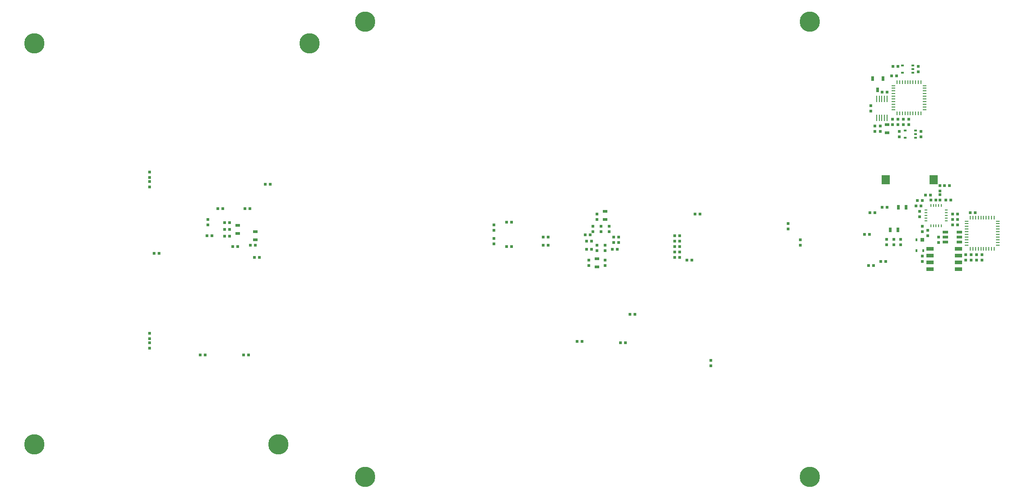
<source format=gbp>
G04 (created by PCBNEW-RS274X (2010-03-14)-final) date Thu 07 Oct 2010 02:34:07 PM EDT*
G01*
G70*
G90*
%MOIN*%
G04 Gerber Fmt 3.4, Leading zero omitted, Abs format*
%FSLAX34Y34*%
G04 APERTURE LIST*
%ADD10C,0.001000*%
%ADD11R,0.023600X0.019700*%
%ADD12R,0.019700X0.023600*%
%ADD13R,0.035400X0.023600*%
%ADD14R,0.009800X0.047200*%
%ADD15R,0.009800X0.025600*%
%ADD16R,0.025600X0.009800*%
%ADD17R,0.023600X0.033500*%
%ADD18R,0.042000X0.023600*%
%ADD19R,0.016500X0.023600*%
%ADD20R,0.031500X0.027600*%
%ADD21R,0.009800X0.023600*%
%ADD22R,0.023600X0.009800*%
%ADD23R,0.023600X0.035400*%
%ADD24R,0.059100X0.070900*%
%ADD25R,0.055100X0.027600*%
%ADD26R,0.023600X0.015700*%
%ADD27C,0.150000*%
G04 APERTURE END LIST*
G54D10*
G54D11*
X27900Y13197D03*
X27900Y12803D03*
X28300Y13197D03*
X28300Y12803D03*
X29100Y12803D03*
X29100Y13197D03*
X25900Y14497D03*
X25900Y14103D03*
X23100Y14347D03*
X23100Y13953D03*
X15700Y13903D03*
X15700Y14297D03*
X14800Y15497D03*
X14800Y15103D03*
X23300Y23197D03*
X23300Y22803D03*
X21200Y22303D03*
X21200Y22697D03*
X23000Y22297D03*
X23000Y21903D03*
X24600Y21903D03*
X24600Y22297D03*
G54D12*
X-24903Y16600D03*
X-25297Y16600D03*
X-25803Y13800D03*
X-26197Y13800D03*
X-28597Y05800D03*
X-28203Y05800D03*
X-05603Y13800D03*
X-05997Y13800D03*
G54D11*
X-06900Y15003D03*
X-06900Y15397D03*
G54D12*
X-05997Y15600D03*
X-05603Y15600D03*
X06797Y13800D03*
X06403Y13800D03*
X06403Y13400D03*
X06797Y13400D03*
X07697Y12800D03*
X07303Y12800D03*
X07903Y16200D03*
X08297Y16200D03*
X06403Y14200D03*
X06797Y14200D03*
X06797Y14600D03*
X06403Y14600D03*
X-02903Y13900D03*
X-03297Y13900D03*
X-02903Y14500D03*
X-03297Y14500D03*
G54D11*
X-06900Y14003D03*
X-06900Y14397D03*
X01000Y14903D03*
X01000Y15297D03*
G54D12*
X01903Y14500D03*
X02297Y14500D03*
G54D11*
X01600Y14903D03*
X01600Y15297D03*
G54D12*
X01803Y13600D03*
X02197Y13600D03*
G54D11*
X01300Y12403D03*
X01300Y12797D03*
X00100Y12403D03*
X00100Y12797D03*
G54D12*
X00297Y14200D03*
X-00097Y14200D03*
X00297Y13600D03*
X-00097Y13600D03*
X01903Y14100D03*
X02297Y14100D03*
G54D11*
X01300Y13897D03*
X01300Y13503D03*
X00700Y13897D03*
X00700Y13503D03*
G54D13*
X22100Y22205D03*
X22100Y22795D03*
X00700Y12895D03*
X00700Y12305D03*
G54D14*
X22092Y23310D03*
X21896Y23310D03*
X21700Y23310D03*
X21504Y23310D03*
X21308Y23310D03*
X21308Y24689D03*
X21504Y24689D03*
X21700Y24689D03*
X21896Y24689D03*
X22092Y24689D03*
G54D15*
X29986Y13648D03*
X29789Y13648D03*
X29592Y13648D03*
X29395Y13648D03*
X29198Y13648D03*
X29002Y13648D03*
X28805Y13648D03*
X28608Y13648D03*
X28411Y13648D03*
X28214Y13648D03*
X28214Y15952D03*
X28411Y15952D03*
X28608Y15952D03*
X28805Y15952D03*
X29002Y15952D03*
X29198Y15952D03*
X29395Y15952D03*
X29592Y15952D03*
X29789Y15952D03*
X29986Y15952D03*
G54D16*
X27948Y13914D03*
X27948Y14111D03*
X27948Y14308D03*
X27948Y14505D03*
X27948Y14702D03*
X27948Y14898D03*
X27948Y15095D03*
X27948Y15292D03*
X27948Y15489D03*
X27948Y15686D03*
X30252Y15686D03*
X30252Y15489D03*
X30252Y15292D03*
X30252Y15095D03*
X30252Y14898D03*
X30252Y14702D03*
X30252Y14505D03*
X30252Y14308D03*
X30252Y14111D03*
X30252Y13914D03*
G54D15*
X24586Y23648D03*
X24389Y23648D03*
X24192Y23648D03*
X23995Y23648D03*
X23798Y23648D03*
X23602Y23648D03*
X23405Y23648D03*
X23208Y23648D03*
X23011Y23648D03*
X22814Y23648D03*
X22814Y25952D03*
X23011Y25952D03*
X23208Y25952D03*
X23405Y25952D03*
X23602Y25952D03*
X23798Y25952D03*
X23995Y25952D03*
X24192Y25952D03*
X24389Y25952D03*
X24586Y25952D03*
G54D16*
X22548Y23914D03*
X22548Y24111D03*
X22548Y24308D03*
X22548Y24505D03*
X22548Y24702D03*
X22548Y24898D03*
X22548Y25095D03*
X22548Y25292D03*
X22548Y25489D03*
X22548Y25686D03*
X24852Y25686D03*
X24852Y25489D03*
X24852Y25292D03*
X24852Y25095D03*
X24852Y24898D03*
X24852Y24702D03*
X24852Y24505D03*
X24852Y24308D03*
X24852Y24111D03*
X24852Y23914D03*
G54D17*
X21400Y25387D03*
X21026Y26213D03*
X21774Y26213D03*
G54D18*
X27412Y14874D03*
X27412Y14500D03*
X27412Y14126D03*
X26388Y14126D03*
X26388Y14500D03*
X26388Y14874D03*
G54D12*
X27297Y15400D03*
X26903Y15400D03*
G54D11*
X28700Y13197D03*
X28700Y12803D03*
G54D12*
X28597Y16300D03*
X28203Y16300D03*
X26903Y15800D03*
X27297Y15800D03*
G54D19*
X24236Y14304D03*
G54D20*
X24689Y14304D03*
G54D19*
X24748Y13516D03*
X24236Y13516D03*
G54D11*
X24700Y13097D03*
X24700Y12703D03*
G54D21*
X25700Y15352D03*
X25897Y15352D03*
X26094Y15352D03*
X25503Y15352D03*
X25306Y15352D03*
X26094Y16848D03*
X25897Y16848D03*
X25700Y16848D03*
X25503Y16848D03*
X25306Y16848D03*
G54D22*
X26448Y16100D03*
X26448Y16297D03*
X26448Y16494D03*
X26448Y15903D03*
X26448Y15706D03*
X24952Y16100D03*
X24952Y16297D03*
X24952Y16494D03*
X24952Y15903D03*
X24952Y15706D03*
G54D11*
X26000Y17647D03*
X26000Y17253D03*
G54D12*
X25697Y17250D03*
X25303Y17250D03*
X24903Y17600D03*
X25297Y17600D03*
X24303Y17200D03*
X24697Y17200D03*
X24203Y16800D03*
X24597Y16800D03*
G54D11*
X26000Y17903D03*
X26000Y18297D03*
G54D12*
X26303Y18300D03*
X26697Y18300D03*
X27297Y16200D03*
X26903Y16200D03*
G54D11*
X25100Y14603D03*
X25100Y14997D03*
X24700Y14903D03*
X24700Y15297D03*
X22050Y14347D03*
X22050Y13953D03*
X22600Y14347D03*
X22600Y13953D03*
G54D23*
X22305Y15050D03*
X22895Y15050D03*
X22905Y16700D03*
X23495Y16700D03*
G54D12*
X20803Y16300D03*
X21197Y16300D03*
X21703Y16700D03*
X22097Y16700D03*
G54D11*
X24500Y16397D03*
X24500Y16003D03*
G54D12*
X26797Y17250D03*
X26403Y17250D03*
G54D24*
X25522Y18750D03*
X21979Y18750D03*
G54D12*
X20703Y12400D03*
X21097Y12400D03*
X21997Y12700D03*
X21603Y12700D03*
X20403Y14700D03*
X20797Y14700D03*
G54D11*
X24400Y26703D03*
X24400Y27097D03*
G54D12*
X22503Y27100D03*
X22897Y27100D03*
G54D11*
X21600Y22697D03*
X21600Y22303D03*
X22500Y23197D03*
X22500Y22803D03*
X22900Y23197D03*
X22900Y22803D03*
X23700Y22803D03*
X23700Y23197D03*
G54D12*
X22403Y26400D03*
X22797Y26400D03*
G54D11*
X20900Y24197D03*
X20900Y23803D03*
G54D12*
X-26404Y15570D03*
X-26798Y15570D03*
X-26404Y14570D03*
X-26798Y14570D03*
X-26404Y15070D03*
X-26798Y15070D03*
G54D13*
X-25801Y15365D03*
X-25801Y14775D03*
X-24500Y14895D03*
X-24500Y14305D03*
G54D12*
X-24597Y13000D03*
X-24203Y13000D03*
X-26903Y16600D03*
X-27297Y16600D03*
X-23403Y18400D03*
X-23797Y18400D03*
X-25397Y05800D03*
X-25003Y05800D03*
G54D11*
X00400Y14903D03*
X00400Y15297D03*
G54D12*
X00197Y14670D03*
X-00197Y14670D03*
G54D11*
X00700Y16197D03*
X00700Y15803D03*
G54D13*
X01300Y15805D03*
X01300Y16395D03*
G54D12*
X03103Y08800D03*
X03497Y08800D03*
X-00797Y06800D03*
X-00403Y06800D03*
X02403Y06700D03*
X02797Y06700D03*
X21703Y25200D03*
X22097Y25200D03*
X-31997Y13300D03*
X-31603Y13300D03*
G54D25*
X25237Y12150D03*
X25237Y12650D03*
X25237Y13150D03*
X25237Y13650D03*
X27363Y13650D03*
X27363Y13150D03*
X27363Y12650D03*
X27363Y12150D03*
G54D26*
X23974Y27156D03*
X23974Y26900D03*
X23974Y26644D03*
X23226Y26644D03*
X23226Y27156D03*
X24174Y22356D03*
X24174Y22100D03*
X24174Y21844D03*
X23426Y21844D03*
X23426Y22356D03*
G54D12*
X06797Y13000D03*
X06403Y13000D03*
G54D11*
X-32300Y07003D03*
X-32300Y07397D03*
X-32300Y18903D03*
X-32300Y19297D03*
X-32300Y06697D03*
X-32300Y06303D03*
X-32300Y18597D03*
X-32300Y18203D03*
G54D12*
X-24897Y13900D03*
X-24503Y13900D03*
G54D11*
X-28000Y15797D03*
X-28000Y15403D03*
G54D12*
X-28097Y14600D03*
X-27703Y14600D03*
G54D11*
X09100Y05003D03*
X09100Y05397D03*
G54D27*
X-20500Y28800D03*
X-40800Y28800D03*
X-40800Y-00800D03*
X-22800Y-00800D03*
X-16400Y30400D03*
X16400Y30400D03*
X16400Y-03200D03*
X-16400Y-03200D03*
M02*

</source>
